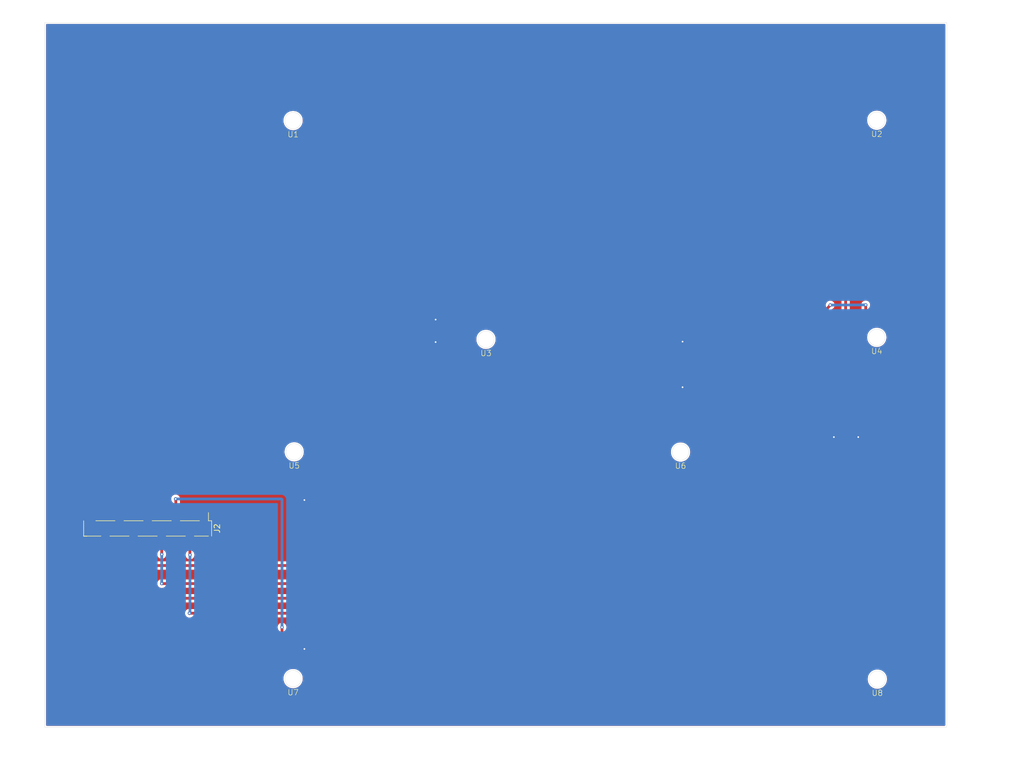
<source format=kicad_pcb>
(kicad_pcb (version 20241229) (generator "pcbnew") (generator_version "9.0")
  (layers (0 "F.Cu" signal) (2 "B.Cu" signal) (13 "F.Paste" user) (15 "B.Paste" user) (5 "F.SilkS" user "F.Silkscreen") (7 "B.SilkS" user "B.Silkscreen") (1 "F.Mask" user) (3 "B.Mask" user) (25 "Edge.Cuts" user))
  (net 0 "")
  (net 1 "GND")
  (net 2 "Net-(J2-Pin_6)")
  (net 3 "Net-(J2-Pin_9)")
  (net 4 "Net-(J2-Pin_5)")
  (net 5 "Net-(J2-Pin_4)")
  (net 6 "Net-(J2-Pin_3)")
  (net 7 "Net-(J2-Pin_2)")
  (net 8 "Net-(J2-Pin_8)")
  (net 9 "Net-(J2-Pin_7)")
  (footprint "therm2:therm" (layer "F.Cu") (at 80.5 156.5375)
    (property "Reference" "U7" (at 0 2.5 0) (layer "F.SilkS") (effects (font (thickness 0.1))))
    (property "Value" "~")
    (fp_circle (center 0 0) (end 1.5 0) (stroke (width 0.05)) (fill no) (layer "Edge.Cuts"))
    (pad "1" smd circle (at -2 -2) (size 2 2) (layers "F.Cu" "F.Mask" "F.Paste") (net 6 "Net-(J2-Pin_3)"))
    (pad "2" smd circle (at 2 -2) (size 2 2) (layers "F.Cu" "F.Mask" "F.Paste") (net 1 "GND"))
  )
  (footprint "therm2:therm" (layer "F.Cu") (at 185.9 156.6375)
    (property "Reference" "U8" (at 0 2.5 0) (layer "F.SilkS") (effects (font (thickness 0.1))))
    (property "Value" "~")
    (fp_circle (center 0 0) (end 1.5 0) (stroke (width 0.05)) (fill no) (layer "Edge.Cuts"))
    (pad "1" smd circle (at -2 -2) (size 2 2) (layers "F.Cu" "F.Mask" "F.Paste") (net 7 "Net-(J2-Pin_2)"))
    (pad "2" smd circle (at 2 -2) (size 2 2) (layers "F.Cu" "F.Mask" "F.Paste") (net 1 "GND"))
  )
  (footprint "therm2:therm" (layer "F.Cu") (at 185.8 94.9375)
    (property "Reference" "U4" (at 0 2.5 0) (layer "F.SilkS") (effects (font (thickness 0.1))))
    (property "Value" "~")
    (fp_circle (center 0 0) (end 1.5 0) (stroke (width 0.05)) (fill no) (layer "Edge.Cuts"))
    (pad "1" smd circle (at -2 -2) (size 2 2) (layers "F.Cu" "F.Mask" "F.Paste") (net 2 "Net-(J2-Pin_6)"))
    (pad "2" smd circle (at 2 -2) (size 2 2) (layers "F.Cu" "F.Mask" "F.Paste") (net 1 "GND"))
  )
  (footprint "Connector_PinHeader_2.54mm:PinHeader_1x09_P2.54mm_Vertical_SMD_Pin1Left" (layer "F.Cu") (at 54.26 129.42 -90)
    (property "Reference" "J2" (at 0 -12.54 270) (layer "F.SilkS"))
    (property "Value" "Conn_01x09_Pin")
    (fp_line (start -1.38 11.54) (end 1.38 11.54) (stroke (width 0.12)) (layer "F.SilkS"))
    (fp_line (start 1.38 10.97) (end 1.38 11.54) (stroke (width 0.12)) (layer "F.SilkS"))
    (fp_line (start 1.38 8.43) (end 1.38 11.54) (stroke (width 0.12)) (layer "F.SilkS"))
    (fp_line (start -1.38 5.89) (end -1.38 9.35) (stroke (width 0.12)) (layer "F.SilkS"))
    (fp_line (start 1.38 3.35) (end 1.38 6.81) (stroke (width 0.12)) (layer "F.SilkS"))
    (fp_line (start -1.38 0.81) (end -1.38 4.27) (stroke (width 0.12)) (layer "F.SilkS"))
    (fp_line (start 1.38 -1.73) (end 1.38 1.73) (stroke (width 0.12)) (layer "F.SilkS"))
    (fp_line (start -1.38 -4.27) (end -1.38 -0.81) (stroke (width 0.12)) (layer "F.SilkS"))
    (fp_line (start 1.38 -6.81) (end 1.38 -3.35) (stroke (width 0.12)) (layer "F.SilkS"))
    (fp_line (start -1.38 -9.35) (end -1.38 -5.89) (stroke (width 0.12)) (layer "F.SilkS"))
    (fp_line (start -1.38 -10.97) (end -2.85 -10.97) (stroke (width 0.12)) (layer "F.SilkS"))
    (fp_line (start 1.38 -10.97) (end 1.38 -8.43) (stroke (width 0.12)) (layer "F.SilkS"))
    (fp_line (start -1.38 -11.54) (end -1.38 -10.97) (stroke (width 0.12)) (layer "F.SilkS"))
    (fp_line (start -1.38 -11.54) (end 1.38 -11.54) (stroke (width 0.12)) (layer "F.SilkS"))
    (pad "1" smd rect (at -1.655 -10.16 270) (size 2.51 1) (layers "F.Cu" "F.Mask" "F.Paste") (net 1 "GND"))
    (pad "2" smd rect (at 1.655 -7.62 270) (size 2.51 1) (layers "F.Cu" "F.Mask" "F.Paste") (net 7 "Net-(J2-Pin_2)"))
    (pad "3" smd rect (at -1.655 -5.08 270) (size 2.51 1) (layers "F.Cu" "F.Mask" "F.Paste") (net 6 "Net-(J2-Pin_3)"))
    (pad "4" smd rect (at 1.655 -2.54 270) (size 2.51 1) (layers "F.Cu" "F.Mask" "F.Paste") (net 5 "Net-(J2-Pin_4)"))
    (pad "5" smd rect (at -1.655 0 270) (size 2.51 1) (layers "F.Cu" "F.Mask" "F.Paste") (net 4 "Net-(J2-Pin_5)"))
    (pad "6" smd rect (at 1.655 2.54 270) (size 2.51 1) (layers "F.Cu" "F.Mask" "F.Paste") (net 2 "Net-(J2-Pin_6)"))
    (pad "7" smd rect (at -1.655 5.08 270) (size 2.51 1) (layers "F.Cu" "F.Mask" "F.Paste") (net 9 "Net-(J2-Pin_7)"))
    (pad "8" smd rect (at 1.655 7.62 270) (size 2.51 1) (layers "F.Cu" "F.Mask" "F.Paste") (net 8 "Net-(J2-Pin_8)"))
    (pad "9" smd rect (at -1.655 10.16 270) (size 2.51 1) (layers "F.Cu" "F.Mask" "F.Paste") (net 3 "Net-(J2-Pin_9)"))
  )
  (footprint "therm2:therm" (layer "F.Cu") (at 80.5 55.8)
    (property "Reference" "U1" (at 0 2.5 0) (layer "F.SilkS") (effects (font (thickness 0.1))))
    (property "Value" "~")
    (fp_circle (center 0 0) (end 1.5 0) (stroke (width 0.05)) (fill no) (layer "Edge.Cuts"))
    (pad "1" smd circle (at -2 -2) (size 2 2) (layers "F.Cu" "F.Mask" "F.Paste") (net 3 "Net-(J2-Pin_9)"))
    (pad "2" smd circle (at 2 -2) (size 2 2) (layers "F.Cu" "F.Mask" "F.Paste") (net 1 "GND"))
  )
  (footprint "therm2:therm" (layer "F.Cu") (at 80.7 115.6)
    (property "Reference" "U5" (at 0 2.5 0) (layer "F.SilkS") (effects (font (thickness 0.1))))
    (property "Value" "~")
    (fp_circle (center 0 0) (end 1.5 0) (stroke (width 0.05)) (fill no) (layer "Edge.Cuts"))
    (pad "1" smd circle (at -2 -2) (size 2 2) (layers "F.Cu" "F.Mask" "F.Paste") (net 4 "Net-(J2-Pin_5)"))
    (pad "2" smd circle (at 2 -2) (size 2 2) (layers "F.Cu" "F.Mask" "F.Paste") (net 1 "GND"))
  )
  (footprint "therm2:therm" (layer "F.Cu") (at 150.4 115.6375)
    (property "Reference" "U6" (at 0 2.5 0) (layer "F.SilkS") (effects (font (thickness 0.1))))
    (property "Value" "~")
    (fp_circle (center 0 0) (end 1.5 0) (stroke (width 0.05)) (fill no) (layer "Edge.Cuts"))
    (pad "1" smd circle (at -2 -2) (size 2 2) (layers "F.Cu" "F.Mask" "F.Paste") (net 5 "Net-(J2-Pin_4)"))
    (pad "2" smd circle (at 2 -2) (size 2 2) (layers "F.Cu" "F.Mask" "F.Paste") (net 1 "GND"))
  )
  (footprint "therm:therm" (layer "F.Cu") (at 185.8 55.7375)
    (property "Reference" "U2" (at 0 2.5 0) (layer "F.SilkS") (effects (font (thickness 0.1))))
    (property "Value" "~")
    (fp_circle (center 0 0) (end 1.5 0) (stroke (width 0.05)) (fill no) (layer "Edge.Cuts"))
    (pad "1" smd circle (at -2 -2) (size 2 2) (layers "F.Cu" "F.Mask" "F.Paste") (net 8 "Net-(J2-Pin_8)"))
    (pad "2" smd circle (at 2 -2) (size 2 2) (layers "F.Cu" "F.Mask" "F.Paste") (net 1 "GND"))
  )
  (footprint "therm2:therm" (layer "F.Cu") (at 115.3 95.3)
    (property "Reference" "U3" (at 0 2.5 0) (layer "F.SilkS") (effects (font (thickness 0.1))))
    (property "Value" "~")
    (fp_circle (center 0 0) (end 1.5 0) (stroke (width 0.05)) (fill no) (layer "Edge.Cuts"))
    (pad "1" smd circle (at -2 -2) (size 2 2) (layers "F.Cu" "F.Mask" "F.Paste") (net 9 "Net-(J2-Pin_7)"))
    (pad "2" smd circle (at 2 -2) (size 2 2) (layers "F.Cu" "F.Mask" "F.Paste") (net 1 "GND"))
  )
  (gr_rect (start 35.7 38.1) (end 198.4 165.3) (stroke (width 0.05)) (fill no) (layer "Edge.Cuts"))
  (segment (start 66.6 121.14) (end 64.96 121.14) (width 0.5) (layer "F.Cu") (net 1))
  (segment (start 150.76 103.93) (end 150.76 111.9975) (width 0.5) (layer "F.Cu") (net 1))
  (segment (start 83.94 114.84) (end 82.7 113.6) (width 0.5) (layer "F.Cu") (net 1))
  (segment (start 185.84 112.93) (end 185.84 116.54) (width 0.5) (layer "F.Cu") (net 1))
  (segment (start 87.15 114.84) (end 106.21 95.78) (width 0.5) (layer "F.Cu") (net 1))
  (segment (start 185.84 112.93) (end 187.905 110.865) (width 0.5) (layer "F.Cu") (net 1))
  (segment (start 178.06 112.93) (end 177.3525 113.6375) (width 0.5) (layer "F.Cu") (net 1))
  (segment (start 117.3 88.6) (end 117.3 93.3) (width 0.5) (layer "F.Cu") (net 1))
  (segment (start 187.9 110.87) (end 187.905 110.865) (width 0.2) (layer "F.Cu") (net 1))
  (segment (start 82.54 121.14) (end 82.54 124.3) (width 0.5) (layer "F.Cu") (net 1))
  (segment (start 187.9 154.6375) (end 187.9 118.6) (width 0.5) (layer "F.Cu") (net 1))
  (segment (start 187.8 92.9375) (end 188.8 91.9375) (width 0.5) (layer "F.Cu") (net 1))
  (segment (start 187.8 92.9375) (end 191.56 96.6975) (width 0.5) (layer "F.Cu") (net 1))
  (segment (start 82.54 121.14) (end 66.6 121.14) (width 0.5) (layer "F.Cu") (net 1))
  (segment (start 83.94 114.84) (end 87.15 114.84) (width 0.5) (layer "F.Cu") (net 1))
  (segment (start 82.54 151.18) (end 82.54 154.4975) (width 0.5) (layer "F.Cu") (net 1))
  (segment (start 150.76 111.9975) (end 152.4 113.6375) (width 0.5) (layer "F.Cu") (net 1))
  (segment (start 185.84 116.54) (end 187.9 118.6) (width 0.5) (layer "F.Cu") (net 1))
  (segment (start 188.8 91.9375) (end 188.8 54.7375) (width 0.5) (layer "F.Cu") (net 1))
  (segment (start 82.54 121.14) (end 83.94 119.74) (width 0.5) (layer "F.Cu") (net 1))
  (segment (start 83.94 119.74) (end 83.94 114.84) (width 0.5) (layer "F.Cu") (net 1))
  (segment (start 148.36 93.3) (end 150.76 95.7) (width 0.5) (layer "F.Cu") (net 1))
  (segment (start 113.29 84.64) (end 113.34 84.64) (width 0.5) (layer "F.Cu") (net 1))
  (segment (start 177.3525 113.6375) (end 152.4 113.6375) (width 0.5) (layer "F.Cu") (net 1))
  (segment (start 64.42 121.68) (end 64.42 127.765) (width 0.5) (layer "F.Cu") (net 1))
  (segment (start 117.3 93.3) (end 148.36 93.3) (width 0.5) (layer "F.Cu") (net 1))
  (segment (start 185.84 112.93) (end 182.46 112.93) (width 0.5) (layer "F.Cu") (net 1))
  (segment (start 106.21 91.72) (end 113.29 84.64) (width 0.5) (layer "F.Cu") (net 1))
  (segment (start 64.6 121.5) (end 64.42 121.68) (width 0.5) (layer "F.Cu") (net 1))
  (segment (start 82.5 53.8) (end 113.34 84.64) (width 0.5) (layer "F.Cu") (net 1))
  (segment (start 113.34 84.64) (end 117.3 88.6) (width 0.5) (layer "F.Cu") (net 1))
  (segment (start 64.96 121.14) (end 64.42 121.68) (width 0.5) (layer "F.Cu") (net 1))
  (segment (start 191.56 107.21) (end 187.905 110.865) (width 0.5) (layer "F.Cu") (net 1))
  (segment (start 188.8 54.7375) (end 187.8 53.7375) (width 0.5) (layer "F.Cu") (net 1))
  (segment (start 82.54 154.4975) (end 82.5 154.5375) (width 0.5) (layer "F.Cu") (net 1))
  (segment (start 191.56 96.6975) (end 191.56 107.21) (width 0.5) (layer "F.Cu") (net 1))
  (via (at 150.76 103.93) (size 0.6) (drill 0.3) (layers "F.Cu" "B.Cu") (net 1))
  (via (at 106.21 95.78) (size 0.6) (drill 0.3) (layers "F.Cu" "B.Cu") (net 1))
  (via (at 178.06 112.93) (size 0.6) (drill 0.3) (layers "F.Cu" "B.Cu") (net 1))
  (via (at 82.54 124.3) (size 0.6) (drill 0.3) (layers "F.Cu" "B.Cu") (net 1))
  (via (at 82.54 151.18) (size 0.6) (drill 0.3) (layers "F.Cu" "B.Cu") (net 1))
  (via (at 182.46 112.93) (size 0.6) (drill 0.3) (layers "F.Cu" "B.Cu") (net 1))
  (via (at 106.21 91.72) (size 0.6) (drill 0.3) (layers "F.Cu" "B.Cu") (net 1))
  (via (at 150.76 95.7) (size 0.6) (drill 0.3) (layers "F.Cu" "B.Cu") (net 1))
  (segment (start 106.21 95.78) (end 106.21 91.72) (width 0.5) (layer "B.Cu") (net 1))
  (segment (start 150.76 95.7) (end 150.76 103.93) (width 0.5) (layer "B.Cu") (net 1))
  (segment (start 178.06 112.93) (end 182.46 112.93) (width 0.5) (layer "B.Cu") (net 1))
  (segment (start 82.54 124.3) (end 82.54 151.18) (width 0.5) (layer "B.Cu") (net 1))
  (segment (start 87.88 136.12) (end 51.82 136.12) (width 0.5) (layer "F.Cu") (net 2))
  (segment (start 51.82 136.12) (end 51.82 135.92) (width 0.5) (layer "F.Cu") (net 2))
  (segment (start 124.2 99.8) (end 87.88 136.12) (width 0.5) (layer "F.Cu") (net 2))
  (segment (start 167.88 99.8) (end 124.2 99.8) (width 0.5) (layer "F.Cu") (net 2))
  (segment (start 51.82 136.12) (end 51.72 136.02) (width 0.5) (layer "F.Cu") (net 2))
  (segment (start 170.279 97.401) (end 167.88 99.8) (width 0.5) (layer "F.Cu") (net 2))
  (segment (start 177.4 89.1) (end 170.279 97.401) (width 0.5) (layer "F.Cu") (net 2))
  (segment (start 183.8 92.9375) (end 183.8 89.07) (width 0.5) (layer "F.Cu") (net 2))
  (segment (start 51.82 135.92) (end 51.72 135.82) (width 0.5) (layer "F.Cu") (net 2))
  (segment (start 51.72 135.82) (end 51.72 131.075) (width 0.5) (layer "F.Cu") (net 2))
  (via (at 183.8 89.07) (size 0.6) (drill 0.3) (layers "F.Cu" "B.Cu") (net 2))
  (via (at 177.4 89.1) (size 0.6) (drill 0.3) (layers "F.Cu" "B.Cu") (net 2))
  (segment (start 183.8 89.07) (end 177.4 89.1) (width 0.5) (layer "B.Cu") (net 2))
  (segment (start 44.1 88.2) (end 44.1 127.765) (width 0.5) (layer "F.Cu") (net 3))
  (segment (start 78.5 53.8) (end 44.1 88.2) (width 0.5) (layer "F.Cu") (net 3))
  (segment (start 59.599 117.701) (end 74.599 117.701) (width 0.5) (layer "F.Cu") (net 4))
  (segment (start 54.26 127.92) (end 54.26 123.04) (width 0.5) (layer "F.Cu") (net 4))
  (segment (start 54.26 123.04) (end 59.599 117.701) (width 0.5) (layer "F.Cu") (net 4))
  (segment (start 74.599 117.701) (end 78.7 113.6) (width 0.5) (layer "F.Cu") (net 4))
  (segment (start 56.8 131.075) (end 56.8 134.1) (width 0.5) (layer "F.Cu") (net 5))
  (segment (start 56.8 139.38) (end 122.5375 139.38) (width 0.5) (layer "F.Cu") (net 5))
  (segment (start 122.5975 139.44) (end 148.4 113.6375) (width 0.5) (layer "F.Cu") (net 5))
  (segment (start 122.5375 139.38) (end 122.5975 139.44) (width 0.2) (layer "F.Cu") (net 5))
  (via (at 56.8 139.38) (size 0.6) (drill 0.3) (layers "F.Cu" "B.Cu") (net 5))
  (via (at 56.8 134.1) (size 0.6) (drill 0.3) (layers "F.Cu" "B.Cu") (net 5))
  (segment (start 56.8 139.38) (end 56.8 134.1) (width 0.5) (layer "B.Cu") (net 5))
  (segment (start 59.34 124.14) (end 59.3 124.1) (width 0.2) (layer "F.Cu") (net 6))
  (segment (start 59.34 127.765) (end 59.34 124.14) (width 0.5) (layer "F.Cu") (net 6))
  (segment (start 78.5 154.5375) (end 78.5 147.26) (width 0.5) (layer "F.Cu") (net 6))
  (via (at 78.5 147.26) (size 0.6) (drill 0.3) (layers "F.Cu" "B.Cu") (net 6))
  (via (at 59.3 124.1) (size 0.6) (drill 0.3) (layers "F.Cu" "B.Cu") (net 6))
  (segment (start 78.4 124.1) (end 78.5 124.2) (width 0.2) (layer "B.Cu") (net 6))
  (segment (start 59.3 124.1) (end 78.4 124.1) (width 0.5) (layer "B.Cu") (net 6))
  (segment (start 78.5 124.2) (end 78.5 147.26) (width 0.5) (layer "B.Cu") (net 6))
  (segment (start 61.9 134.2) (end 61.9 134.3) (width 0.2) (layer "F.Cu") (net 7))
  (segment (start 61.88 131.075) (end 61.88 134.18) (width 0.5) (layer "F.Cu") (net 7))
  (segment (start 173.9925 144.73) (end 183.9 154.6375) (width 0.5) (layer "F.Cu") (net 7))
  (segment (start 61.8 144.73) (end 173.9925 144.73) (width 0.5) (layer "F.Cu") (net 7))
  (segment (start 61.88 134.18) (end 61.9 134.2) (width 0.2) (layer "F.Cu") (net 7))
  (via (at 61.8 144.73) (size 0.6) (drill 0.3) (layers "F.Cu" "B.Cu") (net 7))
  (via (at 61.9 134.2) (size 0.6) (drill 0.3) (layers "F.Cu" "B.Cu") (net 7))
  (segment (start 61.9 134.2) (end 61.9 144.63) (width 0.5) (layer "B.Cu") (net 7))
  (segment (start 61.9 144.63) (end 61.8 144.73) (width 0.2) (layer "B.Cu") (net 7))
  (segment (start 46.64 131.075) (end 46.64 141.96) (width 0.5) (layer "F.Cu") (net 8))
  (segment (start 180.1775 133.6425) (end 180.1775 57.36) (width 0.5) (layer "F.Cu") (net 8))
  (segment (start 180.1775 57.36) (end 183.8 53.7375) (width 0.5) (layer "F.Cu") (net 8))
  (segment (start 46.63 142.03) (end 55.5 142.03) (width 0.5) (layer "F.Cu") (net 8))
  (segment (start 46.64 141.96) (end 46.6 142) (width 0.5) (layer "F.Cu") (net 8))
  (segment (start 55.5 142.03) (end 171.79 142.03) (width 0.5) (layer "F.Cu") (net 8))
  (segment (start 46.6 142) (end 46.63 142.03) (width 0.5) (layer "F.Cu") (net 8))
  (segment (start 171.79 142.03) (end 180.1775 133.6425) (width 0.5) (layer "F.Cu") (net 8))
  (segment (start 51.8 116.2) (end 49.18 118.82) (width 0.5) (layer "F.Cu") (net 9))
  (segment (start 113.3 93.3) (end 74.6 93.3) (width 0.5) (layer "F.Cu") (net 9))
  (segment (start 49.18 118.82) (end 49.18 127.765) (width 0.5) (layer "F.Cu") (net 9))
  (segment (start 74.6 93.3) (end 51.8 116.1) (width 0.5) (layer "F.Cu") (net 9))
  (segment (start 51.8 116.1) (end 51.8 116.2) (width 0.5) (layer "F.Cu") (net 9))
  (segment (start 51.8 116.1) (end 51.72 116.18) (width 0.5) (layer "F.Cu") (net 9))
  (zone (net 1) (net_name "GND") (layers "F.Cu" "B.Cu") (connect_pads (clearance 0.5)) (min_thickness 0.25) (fill yes (thermal_gap 0.5) (thermal_bridge_width 0.5))
    (polygon (pts (xy 35.7 38.1) (xy 198.4 38.1) (xy 198.4 165.3) (xy 35.7 165.3)))
  )
)
</source>
